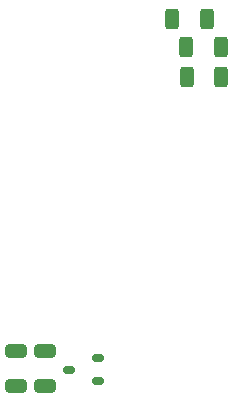
<source format=gbr>
%TF.GenerationSoftware,KiCad,Pcbnew,8.0.6*%
%TF.CreationDate,2025-02-12T14:20:06-05:00*%
%TF.ProjectId,module led hall,6d6f6475-6c65-4206-9c65-642068616c6c,rev?*%
%TF.SameCoordinates,Original*%
%TF.FileFunction,Paste,Bot*%
%TF.FilePolarity,Positive*%
%FSLAX46Y46*%
G04 Gerber Fmt 4.6, Leading zero omitted, Abs format (unit mm)*
G04 Created by KiCad (PCBNEW 8.0.6) date 2025-02-12 14:20:06*
%MOMM*%
%LPD*%
G01*
G04 APERTURE LIST*
G04 Aperture macros list*
%AMRoundRect*
0 Rectangle with rounded corners*
0 $1 Rounding radius*
0 $2 $3 $4 $5 $6 $7 $8 $9 X,Y pos of 4 corners*
0 Add a 4 corners polygon primitive as box body*
4,1,4,$2,$3,$4,$5,$6,$7,$8,$9,$2,$3,0*
0 Add four circle primitives for the rounded corners*
1,1,$1+$1,$2,$3*
1,1,$1+$1,$4,$5*
1,1,$1+$1,$6,$7*
1,1,$1+$1,$8,$9*
0 Add four rect primitives between the rounded corners*
20,1,$1+$1,$2,$3,$4,$5,0*
20,1,$1+$1,$4,$5,$6,$7,0*
20,1,$1+$1,$6,$7,$8,$9,0*
20,1,$1+$1,$8,$9,$2,$3,0*%
G04 Aperture macros list end*
%ADD10RoundRect,0.250000X0.312500X0.625000X-0.312500X0.625000X-0.312500X-0.625000X0.312500X-0.625000X0*%
%ADD11RoundRect,0.250000X-0.650000X0.325000X-0.650000X-0.325000X0.650000X-0.325000X0.650000X0.325000X0*%
%ADD12RoundRect,0.175000X0.325000X0.175000X-0.325000X0.175000X-0.325000X-0.175000X0.325000X-0.175000X0*%
G04 APERTURE END LIST*
D10*
%TO.C,R3*%
X111532500Y-87110000D03*
X108607500Y-87110000D03*
%TD*%
D11*
%TO.C,C1*%
X96660000Y-112850000D03*
X96660000Y-115800000D03*
%TD*%
D10*
%TO.C,R2*%
X111572500Y-89630000D03*
X108647500Y-89630000D03*
%TD*%
%TO.C,R4*%
X110342500Y-84790000D03*
X107417500Y-84790000D03*
%TD*%
D12*
%TO.C,U2*%
X101090000Y-113502500D03*
X101090000Y-115402500D03*
X98690000Y-114452500D03*
%TD*%
D11*
%TO.C,C2*%
X94200000Y-112850000D03*
X94200000Y-115800000D03*
%TD*%
M02*

</source>
